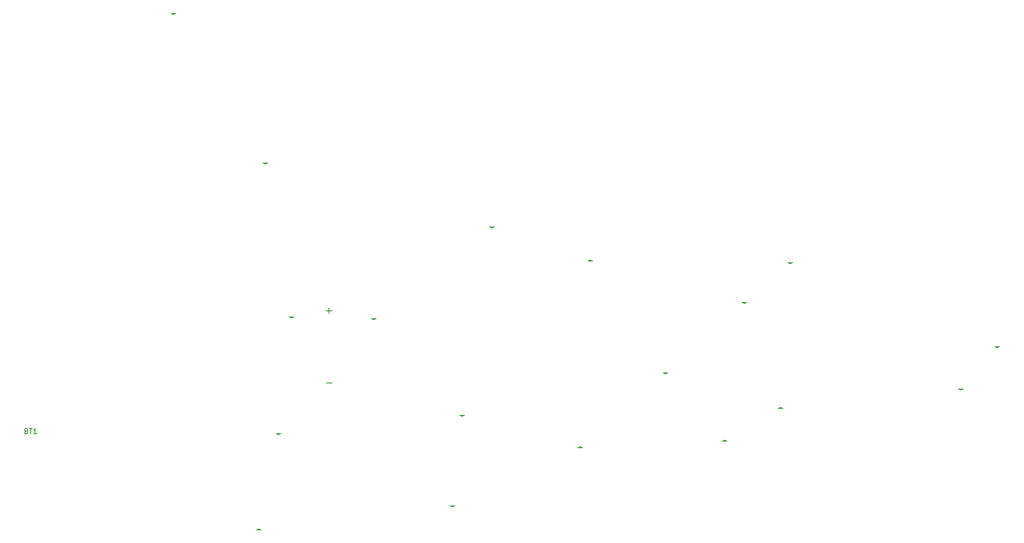
<source format=gbr>
%TF.GenerationSoftware,KiCad,Pcbnew,7.0.6-0*%
%TF.CreationDate,2023-08-22T23:51:49+02:00*%
%TF.ProjectId,tannenbaum,74616e6e-656e-4626-9175-6d2e6b696361,2.0*%
%TF.SameCoordinates,Original*%
%TF.FileFunction,Legend,Top*%
%TF.FilePolarity,Positive*%
%FSLAX46Y46*%
G04 Gerber Fmt 4.6, Leading zero omitted, Abs format (unit mm)*
G04 Created by KiCad (PCBNEW 7.0.6-0) date 2023-08-22 23:51:49*
%MOMM*%
%LPD*%
G01*
G04 APERTURE LIST*
%ADD10C,0.150000*%
%ADD11C,0.100000*%
G04 APERTURE END LIST*
D10*
X39526785Y-109151009D02*
X39669642Y-109198628D01*
X39669642Y-109198628D02*
X39717261Y-109246247D01*
X39717261Y-109246247D02*
X39764880Y-109341485D01*
X39764880Y-109341485D02*
X39764880Y-109484342D01*
X39764880Y-109484342D02*
X39717261Y-109579580D01*
X39717261Y-109579580D02*
X39669642Y-109627200D01*
X39669642Y-109627200D02*
X39574404Y-109674819D01*
X39574404Y-109674819D02*
X39193452Y-109674819D01*
X39193452Y-109674819D02*
X39193452Y-108674819D01*
X39193452Y-108674819D02*
X39526785Y-108674819D01*
X39526785Y-108674819D02*
X39622023Y-108722438D01*
X39622023Y-108722438D02*
X39669642Y-108770057D01*
X39669642Y-108770057D02*
X39717261Y-108865295D01*
X39717261Y-108865295D02*
X39717261Y-108960533D01*
X39717261Y-108960533D02*
X39669642Y-109055771D01*
X39669642Y-109055771D02*
X39622023Y-109103390D01*
X39622023Y-109103390D02*
X39526785Y-109151009D01*
X39526785Y-109151009D02*
X39193452Y-109151009D01*
X40050595Y-108674819D02*
X40622023Y-108674819D01*
X40336309Y-109674819D02*
X40336309Y-108674819D01*
X41479166Y-109674819D02*
X40907738Y-109674819D01*
X41193452Y-109674819D02*
X41193452Y-108674819D01*
X41193452Y-108674819D02*
X41098214Y-108817676D01*
X41098214Y-108817676D02*
X41002976Y-108912914D01*
X41002976Y-108912914D02*
X40907738Y-108960533D01*
X97564167Y-99801533D02*
X98630834Y-99801533D01*
X97564167Y-85831533D02*
X98630834Y-85831533D01*
X98097500Y-86364866D02*
X98097500Y-85298200D01*
%TO.C,D19*%
D11*
X220345000Y-101219000D02*
X219837000Y-100965000D01*
X220853000Y-100965000D01*
X220345000Y-101219000D01*
G36*
X220345000Y-101219000D02*
G01*
X219837000Y-100965000D01*
X220853000Y-100965000D01*
X220345000Y-101219000D01*
G37*
%TO.C,D18*%
X187325000Y-76756500D02*
X186817000Y-76502500D01*
X187833000Y-76502500D01*
X187325000Y-76756500D01*
G36*
X187325000Y-76756500D02*
G01*
X186817000Y-76502500D01*
X187833000Y-76502500D01*
X187325000Y-76756500D01*
G37*
%TO.C,D17*%
X175133000Y-111125000D02*
X174117000Y-111125000D01*
X174625000Y-110871000D01*
X175133000Y-111125000D01*
G36*
X175133000Y-111125000D02*
G01*
X174117000Y-111125000D01*
X174625000Y-110871000D01*
X175133000Y-111125000D01*
G37*
%TO.C,D16*%
X149098000Y-76200000D02*
X148082000Y-76200000D01*
X148590000Y-75946000D01*
X149098000Y-76200000D01*
G36*
X149098000Y-76200000D02*
G01*
X148082000Y-76200000D01*
X148590000Y-75946000D01*
X149098000Y-76200000D01*
G37*
%TO.C,D15*%
X147193000Y-112395000D02*
X146177000Y-112395000D01*
X146685000Y-112141000D01*
X147193000Y-112395000D01*
G36*
X147193000Y-112395000D02*
G01*
X146177000Y-112395000D01*
X146685000Y-112141000D01*
X147193000Y-112395000D01*
G37*
%TO.C,D14*%
X123825000Y-106299000D02*
X123317000Y-106045000D01*
X124333000Y-106045000D01*
X123825000Y-106299000D01*
G36*
X123825000Y-106299000D02*
G01*
X123317000Y-106045000D01*
X124333000Y-106045000D01*
X123825000Y-106299000D01*
G37*
%TO.C,D13*%
X88265000Y-109806500D02*
X87757000Y-109552500D01*
X88773000Y-109552500D01*
X88265000Y-109806500D01*
G36*
X88265000Y-109806500D02*
G01*
X87757000Y-109552500D01*
X88773000Y-109552500D01*
X88265000Y-109806500D01*
G37*
%TO.C,D7*%
X121920000Y-123776500D02*
X121412000Y-123522500D01*
X122428000Y-123522500D01*
X121920000Y-123776500D01*
G36*
X121920000Y-123776500D02*
G01*
X121412000Y-123522500D01*
X122428000Y-123522500D01*
X121920000Y-123776500D01*
G37*
%TO.C,D9*%
X185928000Y-104775000D02*
X184912000Y-104775000D01*
X185420000Y-104521000D01*
X185928000Y-104775000D01*
G36*
X185928000Y-104775000D02*
G01*
X184912000Y-104775000D01*
X185420000Y-104521000D01*
X185928000Y-104775000D01*
G37*
%TO.C,D4*%
X178435000Y-84406500D02*
X177927000Y-84152500D01*
X178943000Y-84152500D01*
X178435000Y-84406500D01*
G36*
X178435000Y-84406500D02*
G01*
X177927000Y-84152500D01*
X178943000Y-84152500D01*
X178435000Y-84406500D01*
G37*
%TO.C,D12*%
X90805000Y-87249000D02*
X90297000Y-86995000D01*
X91313000Y-86995000D01*
X90805000Y-87249000D01*
G36*
X90805000Y-87249000D02*
G01*
X90297000Y-86995000D01*
X91313000Y-86995000D01*
X90805000Y-87249000D01*
G37*
%TO.C,D8*%
X227330000Y-92964000D02*
X226822000Y-92710000D01*
X227838000Y-92710000D01*
X227330000Y-92964000D01*
G36*
X227330000Y-92964000D02*
G01*
X226822000Y-92710000D01*
X227838000Y-92710000D01*
X227330000Y-92964000D01*
G37*
%TO.C,D11*%
X85725000Y-57404000D02*
X85217000Y-57150000D01*
X86233000Y-57150000D01*
X85725000Y-57404000D01*
G36*
X85725000Y-57404000D02*
G01*
X85217000Y-57150000D01*
X86233000Y-57150000D01*
X85725000Y-57404000D01*
G37*
%TO.C,D2*%
X67945000Y-28496500D02*
X67437000Y-28242500D01*
X68453000Y-28242500D01*
X67945000Y-28496500D01*
G36*
X67945000Y-28496500D02*
G01*
X67437000Y-28242500D01*
X68453000Y-28242500D01*
X67945000Y-28496500D01*
G37*
%TO.C,D5*%
X84963000Y-128270000D02*
X83947000Y-128270000D01*
X84455000Y-128016000D01*
X84963000Y-128270000D01*
G36*
X84963000Y-128270000D02*
G01*
X83947000Y-128270000D01*
X84455000Y-128016000D01*
X84963000Y-128270000D01*
G37*
%TO.C,D6*%
X106680000Y-87551500D02*
X106172000Y-87297500D01*
X107188000Y-87297500D01*
X106680000Y-87551500D01*
G36*
X106680000Y-87551500D02*
G01*
X106172000Y-87297500D01*
X107188000Y-87297500D01*
X106680000Y-87551500D01*
G37*
%TO.C,D10*%
X163195000Y-98044000D02*
X162687000Y-97790000D01*
X163703000Y-97790000D01*
X163195000Y-98044000D01*
G36*
X163195000Y-98044000D02*
G01*
X162687000Y-97790000D01*
X163703000Y-97790000D01*
X163195000Y-98044000D01*
G37*
%TO.C,D3*%
X129540000Y-69771500D02*
X129032000Y-69517500D01*
X130048000Y-69517500D01*
X129540000Y-69771500D01*
G36*
X129540000Y-69771500D02*
G01*
X129032000Y-69517500D01*
X130048000Y-69517500D01*
X129540000Y-69771500D01*
G37*
%TD*%
M02*

</source>
